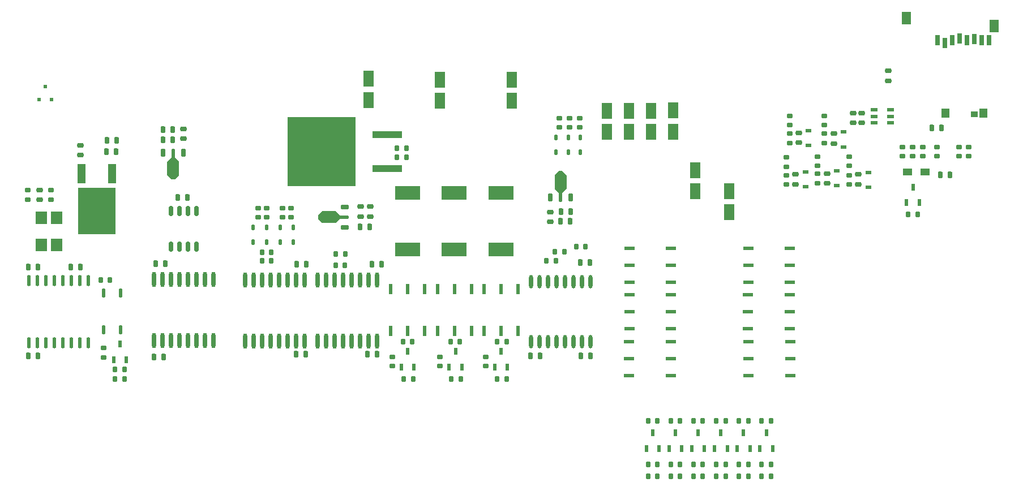
<source format=gtp>
G04*
G04 #@! TF.GenerationSoftware,Altium Limited,Altium Designer,21.4.1 (30)*
G04*
G04 Layer_Color=8421504*
%FSLAX25Y25*%
%MOIN*%
G70*
G04*
G04 #@! TF.SameCoordinates,07BA8920-E91E-4FA6-B340-E2803C7595EB*
G04*
G04*
G04 #@! TF.FilePolarity,Positive*
G04*
G01*
G75*
%ADD18R,0.02362X0.03937*%
%ADD19R,0.02362X0.04134*%
%ADD20R,0.17520X0.03937*%
%ADD21R,0.40158X0.41142*%
%ADD22R,0.05512X0.07480*%
%ADD23R,0.05118X0.05512*%
%ADD24R,0.03937X0.03740*%
%ADD25R,0.03150X0.05906*%
G04:AMPARAMS|DCode=26|XSize=35.43mil|YSize=27.56mil|CornerRadius=6.89mil|HoleSize=0mil|Usage=FLASHONLY|Rotation=90.000|XOffset=0mil|YOffset=0mil|HoleType=Round|Shape=RoundedRectangle|*
%AMROUNDEDRECTD26*
21,1,0.03543,0.01378,0,0,90.0*
21,1,0.02165,0.02756,0,0,90.0*
1,1,0.01378,0.00689,0.01083*
1,1,0.01378,0.00689,-0.01083*
1,1,0.01378,-0.00689,-0.01083*
1,1,0.01378,-0.00689,0.01083*
%
%ADD26ROUNDEDRECTD26*%
G04:AMPARAMS|DCode=27|XSize=35.43mil|YSize=27.56mil|CornerRadius=6.89mil|HoleSize=0mil|Usage=FLASHONLY|Rotation=180.000|XOffset=0mil|YOffset=0mil|HoleType=Round|Shape=RoundedRectangle|*
%AMROUNDEDRECTD27*
21,1,0.03543,0.01378,0,0,180.0*
21,1,0.02165,0.02756,0,0,180.0*
1,1,0.01378,-0.01083,0.00689*
1,1,0.01378,0.01083,0.00689*
1,1,0.01378,0.01083,-0.00689*
1,1,0.01378,-0.01083,-0.00689*
%
%ADD27ROUNDEDRECTD27*%
G04:AMPARAMS|DCode=28|XSize=23.62mil|YSize=47.24mil|CornerRadius=2.01mil|HoleSize=0mil|Usage=FLASHONLY|Rotation=270.000|XOffset=0mil|YOffset=0mil|HoleType=Round|Shape=RoundedRectangle|*
%AMROUNDEDRECTD28*
21,1,0.02362,0.04323,0,0,270.0*
21,1,0.01961,0.04724,0,0,270.0*
1,1,0.00402,-0.02161,-0.00980*
1,1,0.00402,-0.02161,0.00980*
1,1,0.00402,0.02161,0.00980*
1,1,0.00402,0.02161,-0.00980*
%
%ADD28ROUNDEDRECTD28*%
G04:AMPARAMS|DCode=29|XSize=19.68mil|YSize=51.18mil|CornerRadius=1.97mil|HoleSize=0mil|Usage=FLASHONLY|Rotation=270.000|XOffset=0mil|YOffset=0mil|HoleType=Round|Shape=RoundedRectangle|*
%AMROUNDEDRECTD29*
21,1,0.01968,0.04724,0,0,270.0*
21,1,0.01575,0.05118,0,0,270.0*
1,1,0.00394,-0.02362,-0.00787*
1,1,0.00394,-0.02362,0.00787*
1,1,0.00394,0.02362,0.00787*
1,1,0.00394,0.02362,-0.00787*
%
%ADD29ROUNDEDRECTD29*%
%ADD30R,0.04331X0.02362*%
%ADD31O,0.02362X0.09055*%
G04:AMPARAMS|DCode=32|XSize=23.62mil|YSize=59.06mil|CornerRadius=5.91mil|HoleSize=0mil|Usage=FLASHONLY|Rotation=180.000|XOffset=0mil|YOffset=0mil|HoleType=Round|Shape=RoundedRectangle|*
%AMROUNDEDRECTD32*
21,1,0.02362,0.04724,0,0,180.0*
21,1,0.01181,0.05906,0,0,180.0*
1,1,0.01181,-0.00591,0.02362*
1,1,0.01181,0.00591,0.02362*
1,1,0.01181,0.00591,-0.02362*
1,1,0.01181,-0.00591,-0.02362*
%
%ADD32ROUNDEDRECTD32*%
G04:AMPARAMS|DCode=33|XSize=23.62mil|YSize=47.24mil|CornerRadius=2.01mil|HoleSize=0mil|Usage=FLASHONLY|Rotation=0.000|XOffset=0mil|YOffset=0mil|HoleType=Round|Shape=RoundedRectangle|*
%AMROUNDEDRECTD33*
21,1,0.02362,0.04323,0,0,0.0*
21,1,0.01961,0.04724,0,0,0.0*
1,1,0.00402,0.00980,-0.02161*
1,1,0.00402,-0.00980,-0.02161*
1,1,0.00402,-0.00980,0.02161*
1,1,0.00402,0.00980,0.02161*
%
%ADD33ROUNDEDRECTD33*%
G04:AMPARAMS|DCode=34|XSize=19.68mil|YSize=51.18mil|CornerRadius=1.97mil|HoleSize=0mil|Usage=FLASHONLY|Rotation=0.000|XOffset=0mil|YOffset=0mil|HoleType=Round|Shape=RoundedRectangle|*
%AMROUNDEDRECTD34*
21,1,0.01968,0.04724,0,0,0.0*
21,1,0.01575,0.05118,0,0,0.0*
1,1,0.00394,0.00787,-0.02362*
1,1,0.00394,-0.00787,-0.02362*
1,1,0.00394,-0.00787,0.02362*
1,1,0.00394,0.00787,0.02362*
%
%ADD34ROUNDEDRECTD34*%
%ADD35O,0.02362X0.07874*%
%ADD36R,0.14764X0.07874*%
G04:AMPARAMS|DCode=37|XSize=61.02mil|YSize=96.46mil|CornerRadius=7.63mil|HoleSize=0mil|Usage=FLASHONLY|Rotation=180.000|XOffset=0mil|YOffset=0mil|HoleType=Round|Shape=RoundedRectangle|*
%AMROUNDEDRECTD37*
21,1,0.06102,0.08120,0,0,180.0*
21,1,0.04577,0.09646,0,0,180.0*
1,1,0.01526,-0.02288,0.04060*
1,1,0.01526,0.02288,0.04060*
1,1,0.01526,0.02288,-0.04060*
1,1,0.01526,-0.02288,-0.04060*
%
%ADD37ROUNDEDRECTD37*%
G04:AMPARAMS|DCode=38|XSize=37.4mil|YSize=29.53mil|CornerRadius=7.38mil|HoleSize=0mil|Usage=FLASHONLY|Rotation=270.000|XOffset=0mil|YOffset=0mil|HoleType=Round|Shape=RoundedRectangle|*
%AMROUNDEDRECTD38*
21,1,0.03740,0.01476,0,0,270.0*
21,1,0.02264,0.02953,0,0,270.0*
1,1,0.01476,-0.00738,-0.01132*
1,1,0.01476,-0.00738,0.01132*
1,1,0.01476,0.00738,0.01132*
1,1,0.01476,0.00738,-0.01132*
%
%ADD38ROUNDEDRECTD38*%
%ADD39R,0.06693X0.07284*%
%ADD40R,0.05512X0.03937*%
%ADD41R,0.06496X0.02362*%
%ADD42R,0.02362X0.06496*%
%ADD43O,0.02165X0.06693*%
%ADD44O,0.02165X0.05512*%
%ADD45R,0.22441X0.27559*%
%ADD46R,0.04921X0.11417*%
G04:AMPARAMS|DCode=47|XSize=17.72mil|YSize=33.47mil|CornerRadius=4.43mil|HoleSize=0mil|Usage=FLASHONLY|Rotation=0.000|XOffset=0mil|YOffset=0mil|HoleType=Round|Shape=RoundedRectangle|*
%AMROUNDEDRECTD47*
21,1,0.01772,0.02461,0,0,0.0*
21,1,0.00886,0.03347,0,0,0.0*
1,1,0.00886,0.00443,-0.01230*
1,1,0.00886,-0.00443,-0.01230*
1,1,0.00886,-0.00443,0.01230*
1,1,0.00886,0.00443,0.01230*
%
%ADD47ROUNDEDRECTD47*%
%ADD48R,0.03268X0.02480*%
%ADD49R,0.01968X0.02362*%
G04:AMPARAMS|DCode=50|XSize=37.4mil|YSize=29.53mil|CornerRadius=7.38mil|HoleSize=0mil|Usage=FLASHONLY|Rotation=0.000|XOffset=0mil|YOffset=0mil|HoleType=Round|Shape=RoundedRectangle|*
%AMROUNDEDRECTD50*
21,1,0.03740,0.01476,0,0,0.0*
21,1,0.02264,0.02953,0,0,0.0*
1,1,0.01476,0.01132,-0.00738*
1,1,0.01476,-0.01132,-0.00738*
1,1,0.01476,-0.01132,0.00738*
1,1,0.01476,0.01132,0.00738*
%
%ADD50ROUNDEDRECTD50*%
G36*
X108484Y385802D02*
X111043Y383243D01*
Y375369D01*
X108484Y372810D01*
X106516D01*
X103957Y375369D01*
Y383243D01*
X106516Y385802D01*
Y386589D01*
X108484D01*
Y385802D01*
D02*
G37*
G36*
X205812Y351599D02*
X206599D01*
Y349631D01*
X205812D01*
X203253Y347072D01*
X195379D01*
X192820Y349631D01*
Y351599D01*
X195379Y354158D01*
X203253D01*
X205812Y351599D01*
D02*
G37*
G36*
X339168Y375236D02*
Y367362D01*
X336609Y364803D01*
Y364016D01*
X334641D01*
Y364803D01*
X332082Y367362D01*
Y375236D01*
X334641Y377795D01*
X336609D01*
X339168Y375236D01*
D02*
G37*
D18*
X453009Y214141D02*
D03*
X460489D02*
D03*
X456749Y223589D02*
D03*
X412884Y214141D02*
D03*
X420364D02*
D03*
X416624Y223589D02*
D03*
X439634Y214141D02*
D03*
X447114D02*
D03*
X443374Y223589D02*
D03*
X399509Y214141D02*
D03*
X406989D02*
D03*
X403249Y223589D02*
D03*
X426259Y214141D02*
D03*
X433739D02*
D03*
X429999Y223589D02*
D03*
X386134Y214141D02*
D03*
X393614D02*
D03*
X389874Y223589D02*
D03*
X241885Y262141D02*
D03*
X249365D02*
D03*
X245625Y271589D02*
D03*
X270010Y262141D02*
D03*
X277490D02*
D03*
X273750Y271589D02*
D03*
X296885Y262141D02*
D03*
X304365D02*
D03*
X300625Y271589D02*
D03*
X72510Y266516D02*
D03*
X79990D02*
D03*
X76250Y275964D02*
D03*
D19*
X543126Y368268D02*
D03*
X546866Y359212D02*
D03*
X539386D02*
D03*
D20*
X233553Y379365D02*
D03*
Y399365D02*
D03*
D21*
X194971Y389365D02*
D03*
D22*
X539313Y467867D02*
D03*
X590887Y463142D02*
D03*
D23*
X562147Y411961D02*
D03*
X584588D02*
D03*
D24*
X579116Y411076D02*
D03*
D25*
X574785Y454717D02*
D03*
X579116Y455505D02*
D03*
X583447Y454717D02*
D03*
X587777D02*
D03*
X570454Y455800D02*
D03*
X566124Y454717D02*
D03*
X561793Y453142D02*
D03*
X557462Y454717D02*
D03*
D26*
X459505Y230398D02*
D03*
X453993D02*
D03*
X413868Y230398D02*
D03*
X419380D02*
D03*
X459505Y198000D02*
D03*
X453993D02*
D03*
X419380D02*
D03*
X413868D02*
D03*
X446130Y230398D02*
D03*
X440618D02*
D03*
X400493Y230398D02*
D03*
X406005D02*
D03*
X446130Y198000D02*
D03*
X440618D02*
D03*
X406005D02*
D03*
X400493D02*
D03*
X432755Y230398D02*
D03*
X427243D02*
D03*
X387118Y230398D02*
D03*
X392630D02*
D03*
X432755Y198000D02*
D03*
X427243D02*
D03*
X392630D02*
D03*
X387118D02*
D03*
X203118Y322240D02*
D03*
X208630D02*
D03*
X203244Y328950D02*
D03*
X208756D02*
D03*
X159744Y325000D02*
D03*
X165256D02*
D03*
X159744Y330000D02*
D03*
X165256D02*
D03*
X242744Y277114D02*
D03*
X248256D02*
D03*
X248756Y255332D02*
D03*
X243244D02*
D03*
X270744Y277114D02*
D03*
X276256D02*
D03*
X276756Y255332D02*
D03*
X271244D02*
D03*
X298244Y277240D02*
D03*
X303756D02*
D03*
X303756Y255332D02*
D03*
X298244D02*
D03*
X244756Y385740D02*
D03*
X239244D02*
D03*
X78882Y255240D02*
D03*
X73370D02*
D03*
X64744Y313609D02*
D03*
X70256D02*
D03*
X453993Y204710D02*
D03*
X459505D02*
D03*
X413868D02*
D03*
X419380D02*
D03*
X440618D02*
D03*
X446130D02*
D03*
X400493D02*
D03*
X406005D02*
D03*
X427243D02*
D03*
X432755D02*
D03*
X387118D02*
D03*
X392630D02*
D03*
X545756Y352114D02*
D03*
X540244D02*
D03*
X327370Y324740D02*
D03*
X332882D02*
D03*
X332370Y330240D02*
D03*
X337882D02*
D03*
X350256Y333240D02*
D03*
X344744D02*
D03*
X244756Y391240D02*
D03*
X239244D02*
D03*
X78882Y260740D02*
D03*
X73370D02*
D03*
D27*
X172000Y355996D02*
D03*
Y350484D02*
D03*
X177000Y355996D02*
D03*
Y350484D02*
D03*
X157500Y355996D02*
D03*
Y350484D02*
D03*
X162500Y355996D02*
D03*
Y350484D02*
D03*
X505500Y369858D02*
D03*
Y375370D02*
D03*
Y380858D02*
D03*
Y386370D02*
D03*
X487000Y370610D02*
D03*
Y376122D02*
D03*
Y380858D02*
D03*
Y386370D02*
D03*
X491000Y394358D02*
D03*
Y399870D02*
D03*
Y404858D02*
D03*
Y410370D02*
D03*
X468500Y369858D02*
D03*
Y375370D02*
D03*
Y380358D02*
D03*
Y385870D02*
D03*
X470500Y394358D02*
D03*
Y399870D02*
D03*
Y404858D02*
D03*
Y410370D02*
D03*
X335000Y408996D02*
D03*
Y403484D02*
D03*
X341000Y408996D02*
D03*
Y403484D02*
D03*
X347000Y408996D02*
D03*
Y403484D02*
D03*
X66626Y273496D02*
D03*
Y267984D02*
D03*
X21800Y366456D02*
D03*
Y360944D02*
D03*
X570374Y386484D02*
D03*
Y391996D02*
D03*
X542874Y386484D02*
D03*
Y391996D02*
D03*
X557126Y391996D02*
D03*
Y386484D02*
D03*
X548874Y386484D02*
D03*
Y391996D02*
D03*
X575874Y386484D02*
D03*
Y391996D02*
D03*
X536874Y386484D02*
D03*
Y391996D02*
D03*
X236500Y262858D02*
D03*
Y268370D02*
D03*
X264500Y262858D02*
D03*
Y268370D02*
D03*
X291500Y262858D02*
D03*
Y268370D02*
D03*
X35706Y360944D02*
D03*
Y366456D02*
D03*
D28*
X208568Y356521D02*
D03*
Y344709D02*
D03*
D29*
X208371Y350615D02*
D03*
D30*
X529749Y413740D02*
D03*
Y410000D02*
D03*
Y406260D02*
D03*
X520300D02*
D03*
Y410000D02*
D03*
Y413740D02*
D03*
D31*
X96125Y277728D02*
D03*
X101125D02*
D03*
X106125D02*
D03*
X111125D02*
D03*
X116125D02*
D03*
X121125D02*
D03*
X126125D02*
D03*
X131125D02*
D03*
X96125Y313752D02*
D03*
X101125D02*
D03*
X106125D02*
D03*
X111125D02*
D03*
X116125D02*
D03*
X121125D02*
D03*
X126125D02*
D03*
X131125D02*
D03*
X227500Y313627D02*
D03*
X222500D02*
D03*
X217500D02*
D03*
X212500D02*
D03*
X207500D02*
D03*
X202500D02*
D03*
X197500D02*
D03*
X192500D02*
D03*
X227500Y277603D02*
D03*
X222500D02*
D03*
X217500D02*
D03*
X212500D02*
D03*
X207500D02*
D03*
X202500D02*
D03*
X197500D02*
D03*
X192500D02*
D03*
X185000Y313627D02*
D03*
X180000D02*
D03*
X175000D02*
D03*
X170000D02*
D03*
X165000D02*
D03*
X160000D02*
D03*
X155000D02*
D03*
X150000D02*
D03*
X185000Y277603D02*
D03*
X180000D02*
D03*
X175000D02*
D03*
X170000D02*
D03*
X165000D02*
D03*
X160000D02*
D03*
X155000D02*
D03*
X150000D02*
D03*
D32*
X121250Y354370D02*
D03*
X116250D02*
D03*
X111250D02*
D03*
X106250D02*
D03*
X121250Y333110D02*
D03*
X116250D02*
D03*
X111250D02*
D03*
X106250D02*
D03*
D33*
X101594Y388558D02*
D03*
X113406D02*
D03*
X341530Y362047D02*
D03*
X329719D02*
D03*
D34*
X107500Y388361D02*
D03*
X335625Y362244D02*
D03*
D35*
X318125Y277274D02*
D03*
X323125D02*
D03*
X328125D02*
D03*
X333125D02*
D03*
X338125D02*
D03*
X343125D02*
D03*
X348125D02*
D03*
X353125D02*
D03*
X318125Y312706D02*
D03*
X323125D02*
D03*
X328125D02*
D03*
X333125D02*
D03*
X338125D02*
D03*
X343125D02*
D03*
X348125D02*
D03*
X353125D02*
D03*
D36*
X245500Y331508D02*
D03*
Y364972D02*
D03*
X273000Y331508D02*
D03*
Y364972D02*
D03*
X300500Y331508D02*
D03*
Y364972D02*
D03*
D37*
X435000Y365941D02*
D03*
Y353441D02*
D03*
X389000Y413315D02*
D03*
Y400815D02*
D03*
X415000Y378315D02*
D03*
Y365815D02*
D03*
X376000Y413315D02*
D03*
Y400815D02*
D03*
X402000Y413441D02*
D03*
Y400941D02*
D03*
X363000Y413315D02*
D03*
Y400815D02*
D03*
X222500Y419665D02*
D03*
Y432165D02*
D03*
X264500Y419165D02*
D03*
Y431665D02*
D03*
X307000Y419165D02*
D03*
Y431665D02*
D03*
D38*
X224646Y322800D02*
D03*
X230354D02*
D03*
X565000Y375600D02*
D03*
X559291D02*
D03*
X74228Y395740D02*
D03*
X68520D02*
D03*
X221772Y269740D02*
D03*
X227480D02*
D03*
X179772D02*
D03*
X185480D02*
D03*
X223354Y344866D02*
D03*
X217646D02*
D03*
X180272Y322740D02*
D03*
X185980D02*
D03*
X554146Y403366D02*
D03*
X559854D02*
D03*
X101854Y268164D02*
D03*
X96146D02*
D03*
X102980Y323240D02*
D03*
X97272D02*
D03*
X115854Y362359D02*
D03*
X110146D02*
D03*
X107228Y402240D02*
D03*
X101520D02*
D03*
X107228Y396240D02*
D03*
X101520D02*
D03*
X347646Y268740D02*
D03*
X353354D02*
D03*
X317772D02*
D03*
X323480D02*
D03*
X347146Y324000D02*
D03*
X352854D02*
D03*
X335772Y353740D02*
D03*
X341480D02*
D03*
X335520Y348240D02*
D03*
X341228D02*
D03*
X22146Y268901D02*
D03*
X27854D02*
D03*
X22146Y321099D02*
D03*
X27854D02*
D03*
X47146D02*
D03*
X52854D02*
D03*
X73980Y389240D02*
D03*
X68272D02*
D03*
D39*
X29872Y334128D02*
D03*
X38928D02*
D03*
X29872Y350072D02*
D03*
X38928D02*
D03*
D40*
X540008Y377240D02*
D03*
X550244D02*
D03*
D41*
X470677Y312240D02*
D03*
Y322240D02*
D03*
Y332240D02*
D03*
X446071Y312240D02*
D03*
Y322240D02*
D03*
Y332240D02*
D03*
X375823Y277240D02*
D03*
Y267240D02*
D03*
Y257240D02*
D03*
X400429Y277240D02*
D03*
Y267240D02*
D03*
Y257240D02*
D03*
X470429Y284740D02*
D03*
Y294740D02*
D03*
Y304740D02*
D03*
X445823Y284740D02*
D03*
Y294740D02*
D03*
Y304740D02*
D03*
X376071D02*
D03*
Y294740D02*
D03*
Y284740D02*
D03*
X400677Y304740D02*
D03*
Y294740D02*
D03*
Y284740D02*
D03*
X470929Y257240D02*
D03*
Y267240D02*
D03*
Y277240D02*
D03*
X446323Y257240D02*
D03*
Y267240D02*
D03*
Y277240D02*
D03*
X376071Y332240D02*
D03*
Y322240D02*
D03*
Y312240D02*
D03*
X400677Y332240D02*
D03*
Y322240D02*
D03*
Y312240D02*
D03*
D42*
X235626Y283437D02*
D03*
X245626D02*
D03*
X255626D02*
D03*
X235626Y308043D02*
D03*
X245626D02*
D03*
X255626D02*
D03*
X263126Y283437D02*
D03*
X273126D02*
D03*
X283126D02*
D03*
X263126Y308043D02*
D03*
X273126D02*
D03*
X283126D02*
D03*
X290626Y283437D02*
D03*
X300626D02*
D03*
X310626D02*
D03*
X290626Y308043D02*
D03*
X300626D02*
D03*
X310626D02*
D03*
D43*
X57500Y313307D02*
D03*
X52500D02*
D03*
X47500D02*
D03*
X42500D02*
D03*
X37500D02*
D03*
X32500D02*
D03*
X27500D02*
D03*
X22500D02*
D03*
X57500Y276693D02*
D03*
X52500D02*
D03*
X47500D02*
D03*
X42500D02*
D03*
X37500D02*
D03*
X32500D02*
D03*
X27500D02*
D03*
X22500D02*
D03*
D44*
X66710Y284065D02*
D03*
X76710D02*
D03*
X66710Y305915D02*
D03*
X76710D02*
D03*
D45*
X62500Y354350D02*
D03*
D46*
X53524Y376201D02*
D03*
X71476D02*
D03*
D47*
X170391Y344660D02*
D03*
Y335802D02*
D03*
X178281Y344660D02*
D03*
Y335802D02*
D03*
X154609Y344660D02*
D03*
Y335802D02*
D03*
X162500Y344660D02*
D03*
Y335802D02*
D03*
X333000Y397629D02*
D03*
Y388771D02*
D03*
X340191Y397660D02*
D03*
Y388802D02*
D03*
X347381Y397660D02*
D03*
Y388802D02*
D03*
D48*
X517000Y368224D02*
D03*
Y377004D02*
D03*
X498125Y369224D02*
D03*
Y378004D02*
D03*
X502250Y391974D02*
D03*
Y400754D02*
D03*
X479750Y368474D02*
D03*
Y377254D02*
D03*
X481500Y392724D02*
D03*
Y401504D02*
D03*
D49*
X32250Y427677D02*
D03*
X28510Y419803D02*
D03*
X35990D02*
D03*
D50*
X218000Y351012D02*
D03*
Y356720D02*
D03*
X223500Y351012D02*
D03*
Y356720D02*
D03*
X511000Y370012D02*
D03*
Y375720D02*
D03*
X528500Y431012D02*
D03*
Y436720D02*
D03*
X492500Y370512D02*
D03*
Y376220D02*
D03*
X496500Y394012D02*
D03*
Y399720D02*
D03*
X508000Y411968D02*
D03*
Y406260D02*
D03*
X513000Y411968D02*
D03*
Y406260D02*
D03*
X474000Y370012D02*
D03*
Y375720D02*
D03*
X476000Y394512D02*
D03*
Y400220D02*
D03*
X113500Y402594D02*
D03*
Y396886D02*
D03*
X329626Y347886D02*
D03*
Y353594D02*
D03*
X28800Y366554D02*
D03*
Y360846D02*
D03*
X53000Y387260D02*
D03*
Y392968D02*
D03*
M02*

</source>
